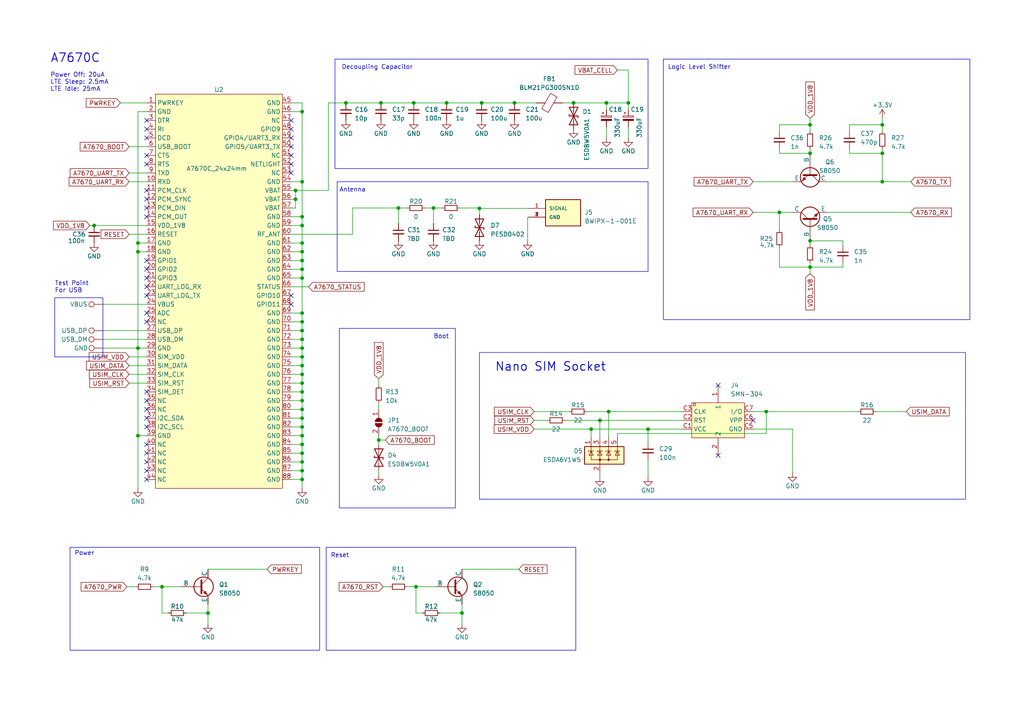
<source format=kicad_sch>
(kicad_sch (version 20230121) (generator eeschema)
  (paper "A4")
  (junction (at 87.63 128.905))
  (junction (at 87.63 108.585))
  (junction (at 234.95 69.85))
  (junction (at 234.95 44.45))
  (junction (at 87.63 52.705))
  (junction (at 87.63 103.505))
  (junction (at 109.855 127.635))
  (junction (at 87.63 70.485))
  (junction (at 87.63 126.365))
  (junction (at 87.63 121.285))
  (junction (at 85.725 55.245))
  (junction (at 166.37 29.845))
  (junction (at 115.57 60.325))
  (junction (at 87.63 111.125))
  (junction (at 234.95 36.195))
  (junction (at 87.63 78.105))
  (junction (at 171.45 124.46))
  (junction (at 87.63 123.825))
  (junction (at 87.63 131.445))
  (junction (at 120.015 29.845))
  (junction (at 87.63 93.345))
  (junction (at 149.225 29.845))
  (junction (at 40.005 70.485))
  (junction (at 87.63 113.665))
  (junction (at 87.63 98.425))
  (junction (at 87.63 95.885))
  (junction (at 255.905 36.195))
  (junction (at 175.895 29.845))
  (junction (at 87.63 62.865))
  (junction (at 87.63 136.525))
  (junction (at 46.99 170.18))
  (junction (at 133.985 177.8))
  (junction (at 255.905 44.45))
  (junction (at 100.33 29.845))
  (junction (at 222.25 119.38))
  (junction (at 87.63 133.985))
  (junction (at 255.905 52.705))
  (junction (at 110.49 29.845))
  (junction (at 40.005 100.965))
  (junction (at 87.63 100.965))
  (junction (at 87.63 118.745))
  (junction (at 87.63 139.065))
  (junction (at 176.53 119.38))
  (junction (at 226.06 61.595))
  (junction (at 87.63 32.385))
  (junction (at 87.63 65.405))
  (junction (at 173.99 121.92))
  (junction (at 125.73 60.325))
  (junction (at 87.63 80.645))
  (junction (at 129.54 29.845))
  (junction (at 60.325 177.8))
  (junction (at 87.63 75.565))
  (junction (at 187.96 124.46))
  (junction (at 87.63 90.805))
  (junction (at 85.725 57.785))
  (junction (at 120.65 170.18))
  (junction (at 234.95 77.47))
  (junction (at 139.7 29.845))
  (junction (at 87.63 116.205))
  (junction (at 40.005 73.025))
  (junction (at 139.065 60.452))
  (junction (at 27.305 65.405))
  (junction (at 182.245 29.845))
  (junction (at 40.005 126.365))
  (junction (at 87.63 73.025))
  (junction (at 87.63 106.045))
  (no_connect (at 84.455 40.005))
  (no_connect (at 42.545 78.105))
  (no_connect (at 42.545 55.245))
  (no_connect (at 42.545 131.445))
  (no_connect (at 42.545 121.285))
  (no_connect (at 84.455 88.265))
  (no_connect (at 42.545 60.325))
  (no_connect (at 42.545 37.465))
  (no_connect (at 42.545 47.625))
  (no_connect (at 42.545 90.805))
  (no_connect (at 84.455 45.085))
  (no_connect (at 42.545 128.905))
  (no_connect (at 42.545 123.825))
  (no_connect (at 42.545 45.085))
  (no_connect (at 42.545 57.785))
  (no_connect (at 42.545 62.865))
  (no_connect (at 84.455 85.725))
  (no_connect (at 42.545 85.725))
  (no_connect (at 208.28 111.76))
  (no_connect (at 42.545 118.745))
  (no_connect (at 42.545 116.205))
  (no_connect (at 42.545 75.565))
  (no_connect (at 208.28 132.08))
  (no_connect (at 42.545 83.185))
  (no_connect (at 84.455 37.465))
  (no_connect (at 42.545 40.005))
  (no_connect (at 218.44 121.92))
  (no_connect (at 84.455 42.545))
  (no_connect (at 42.545 80.645))
  (no_connect (at 84.455 50.165))
  (no_connect (at 84.455 47.625))
  (no_connect (at 84.455 34.925))
  (no_connect (at 42.545 133.985))
  (no_connect (at 42.545 34.925))
  (no_connect (at 42.545 136.525))
  (no_connect (at 42.545 139.065))
  (no_connect (at 42.545 113.665))
  (no_connect (at 42.545 93.345))
  (wire (pts (xy 234.95 36.195) (xy 234.95 38.1)))
  (wire (pts (xy 87.63 75.565) (xy 87.63 73.025)))
  (wire (pts (xy 89.535 83.185) (xy 84.455 83.185)))
  (wire (pts (xy 255.905 52.705) (xy 264.16 52.705)))
  (wire (pts (xy 84.455 52.705) (xy 87.63 52.705)))
  (wire (pts (xy 84.455 136.525) (xy 87.63 136.525)))
  (wire (pts (xy 218.44 52.705) (xy 229.87 52.705)))
  (wire (pts (xy 179.07 20.32) (xy 182.245 20.32)))
  (wire (pts (xy 109.855 116.84) (xy 109.855 118.745)))
  (wire (pts (xy 84.455 106.045) (xy 87.63 106.045)))
  (wire (pts (xy 234.95 77.47) (xy 234.95 79.375)))
  (wire (pts (xy 84.455 98.425) (xy 87.63 98.425)))
  (wire (pts (xy 102.235 67.945) (xy 84.455 67.945)))
  (wire (pts (xy 84.455 70.485) (xy 87.63 70.485)))
  (wire (pts (xy 133.985 165.1) (xy 150.495 165.1)))
  (wire (pts (xy 87.63 139.065) (xy 87.63 141.605)))
  (wire (pts (xy 87.63 121.285) (xy 87.63 123.825)))
  (wire (pts (xy 84.455 113.665) (xy 87.63 113.665)))
  (wire (pts (xy 226.06 61.595) (xy 229.87 61.595)))
  (wire (pts (xy 154.94 119.38) (xy 165.1 119.38)))
  (wire (pts (xy 129.54 29.845) (xy 139.7 29.845)))
  (wire (pts (xy 87.63 111.125) (xy 87.63 113.665)))
  (wire (pts (xy 226.06 77.47) (xy 234.95 77.47)))
  (wire (pts (xy 84.455 73.025) (xy 87.63 73.025)))
  (wire (pts (xy 84.455 75.565) (xy 87.63 75.565)))
  (wire (pts (xy 84.455 111.125) (xy 87.63 111.125)))
  (wire (pts (xy 84.455 100.965) (xy 87.63 100.965)))
  (wire (pts (xy 87.63 126.365) (xy 87.63 128.905)))
  (wire (pts (xy 226.06 43.18) (xy 226.06 44.45)))
  (wire (pts (xy 170.18 119.38) (xy 176.53 119.38)))
  (wire (pts (xy 87.63 29.845) (xy 84.455 29.845)))
  (wire (pts (xy 29.845 100.965) (xy 40.005 100.965)))
  (wire (pts (xy 87.63 106.045) (xy 87.63 103.505)))
  (wire (pts (xy 46.99 177.8) (xy 46.99 170.18)))
  (wire (pts (xy 87.63 123.825) (xy 87.63 126.365)))
  (wire (pts (xy 109.855 127.635) (xy 109.855 128.905)))
  (wire (pts (xy 115.57 60.325) (xy 118.11 60.325)))
  (wire (pts (xy 84.455 95.885) (xy 87.63 95.885)))
  (wire (pts (xy 48.895 177.8) (xy 46.99 177.8)))
  (wire (pts (xy 29.845 95.885) (xy 42.545 95.885)))
  (wire (pts (xy 84.455 121.285) (xy 87.63 121.285)))
  (wire (pts (xy 87.63 95.885) (xy 87.63 93.345)))
  (wire (pts (xy 109.855 136.525) (xy 109.855 137.795)))
  (wire (pts (xy 153.035 63.119) (xy 153.035 69.85)))
  (wire (pts (xy 37.465 67.945) (xy 42.545 67.945)))
  (wire (pts (xy 26.035 65.405) (xy 27.305 65.405)))
  (wire (pts (xy 255.905 34.29) (xy 255.905 36.195)))
  (wire (pts (xy 110.49 29.845) (xy 120.015 29.845)))
  (wire (pts (xy 87.63 111.125) (xy 87.63 108.585)))
  (wire (pts (xy 84.455 126.365) (xy 87.63 126.365)))
  (wire (pts (xy 139.065 60.452) (xy 139.065 60.325)))
  (wire (pts (xy 60.325 175.26) (xy 60.325 177.8)))
  (wire (pts (xy 182.245 20.32) (xy 182.245 29.845)))
  (wire (pts (xy 226.06 66.675) (xy 226.06 61.595)))
  (wire (pts (xy 84.455 128.905) (xy 87.63 128.905)))
  (wire (pts (xy 84.455 133.985) (xy 87.63 133.985)))
  (wire (pts (xy 29.845 98.425) (xy 42.545 98.425)))
  (wire (pts (xy 95.25 29.845) (xy 95.25 55.245)))
  (wire (pts (xy 120.65 170.18) (xy 126.365 170.18)))
  (wire (pts (xy 87.63 98.425) (xy 87.63 95.885)))
  (wire (pts (xy 176.53 119.38) (xy 198.12 119.38)))
  (wire (pts (xy 246.38 36.195) (xy 255.905 36.195)))
  (wire (pts (xy 102.235 60.325) (xy 102.235 67.945)))
  (wire (pts (xy 87.63 80.645) (xy 87.63 78.105)))
  (wire (pts (xy 173.99 137.16) (xy 173.99 138.43)))
  (wire (pts (xy 240.03 52.705) (xy 255.905 52.705)))
  (wire (pts (xy 34.925 29.845) (xy 42.545 29.845)))
  (wire (pts (xy 40.005 32.385) (xy 42.545 32.385)))
  (wire (pts (xy 84.455 80.645) (xy 87.63 80.645)))
  (wire (pts (xy 40.005 100.965) (xy 42.545 100.965)))
  (wire (pts (xy 84.455 78.105) (xy 87.63 78.105)))
  (wire (pts (xy 95.25 55.245) (xy 85.725 55.245)))
  (wire (pts (xy 85.725 57.785) (xy 85.725 60.325)))
  (wire (pts (xy 125.73 60.325) (xy 125.73 64.77)))
  (wire (pts (xy 139.065 60.452) (xy 139.065 62.23)))
  (wire (pts (xy 84.455 90.805) (xy 87.63 90.805)))
  (wire (pts (xy 40.005 126.365) (xy 42.545 126.365)))
  (wire (pts (xy 234.95 44.45) (xy 234.95 45.085)))
  (wire (pts (xy 37.465 50.165) (xy 42.545 50.165)))
  (wire (pts (xy 87.63 93.345) (xy 87.63 90.805)))
  (wire (pts (xy 254 119.38) (xy 262.89 119.38)))
  (wire (pts (xy 87.63 70.485) (xy 87.63 65.405)))
  (wire (pts (xy 226.06 44.45) (xy 234.95 44.45)))
  (wire (pts (xy 87.63 128.905) (xy 87.63 131.445)))
  (wire (pts (xy 182.245 29.845) (xy 182.245 31.75)))
  (wire (pts (xy 87.63 118.745) (xy 87.63 121.285)))
  (wire (pts (xy 40.005 141.605) (xy 40.005 126.365)))
  (wire (pts (xy 175.895 36.83) (xy 175.895 40.005)))
  (wire (pts (xy 29.845 88.265) (xy 42.545 88.265)))
  (wire (pts (xy 37.465 106.045) (xy 42.545 106.045)))
  (wire (pts (xy 87.63 100.965) (xy 87.63 98.425)))
  (wire (pts (xy 44.45 170.18) (xy 46.99 170.18)))
  (wire (pts (xy 244.475 76.2) (xy 244.475 77.47)))
  (wire (pts (xy 118.11 170.18) (xy 120.65 170.18)))
  (wire (pts (xy 84.455 60.325) (xy 85.725 60.325)))
  (wire (pts (xy 37.465 42.545) (xy 42.545 42.545)))
  (wire (pts (xy 234.95 77.47) (xy 244.475 77.47)))
  (wire (pts (xy 175.895 29.845) (xy 182.245 29.845)))
  (wire (pts (xy 127.635 177.8) (xy 133.985 177.8)))
  (wire (pts (xy 37.465 108.585) (xy 42.545 108.585)))
  (wire (pts (xy 87.63 90.805) (xy 87.63 80.645)))
  (wire (pts (xy 139.7 29.845) (xy 149.225 29.845)))
  (wire (pts (xy 120.015 29.845) (xy 129.54 29.845)))
  (wire (pts (xy 84.455 62.865) (xy 87.63 62.865)))
  (wire (pts (xy 153.162 63.119) (xy 153.035 63.119)))
  (wire (pts (xy 100.33 29.845) (xy 110.49 29.845)))
  (wire (pts (xy 234.95 34.29) (xy 234.95 36.195)))
  (wire (pts (xy 234.95 69.215) (xy 234.95 69.85)))
  (wire (pts (xy 40.005 126.365) (xy 40.005 100.965)))
  (wire (pts (xy 149.225 29.845) (xy 155.575 29.845)))
  (wire (pts (xy 218.44 119.38) (xy 222.25 119.38)))
  (wire (pts (xy 87.63 65.405) (xy 87.63 62.865)))
  (wire (pts (xy 153.162 63.119) (xy 153.162 62.992)))
  (wire (pts (xy 87.63 108.585) (xy 87.63 106.045)))
  (wire (pts (xy 234.95 43.18) (xy 234.95 44.45)))
  (wire (pts (xy 87.63 73.025) (xy 87.63 70.485)))
  (wire (pts (xy 246.38 38.1) (xy 246.38 36.195)))
  (wire (pts (xy 109.855 109.855) (xy 109.855 111.76)))
  (wire (pts (xy 171.45 124.46) (xy 187.96 124.46)))
  (wire (pts (xy 255.905 44.45) (xy 255.905 43.18)))
  (wire (pts (xy 87.63 78.105) (xy 87.63 75.565)))
  (wire (pts (xy 60.325 177.8) (xy 60.325 180.975)))
  (wire (pts (xy 84.455 131.445) (xy 87.63 131.445)))
  (wire (pts (xy 40.005 70.485) (xy 42.545 70.485)))
  (wire (pts (xy 246.38 44.45) (xy 255.905 44.45)))
  (wire (pts (xy 87.63 32.385) (xy 87.63 29.845)))
  (wire (pts (xy 84.455 116.205) (xy 87.63 116.205)))
  (wire (pts (xy 176.53 119.38) (xy 176.53 127)))
  (wire (pts (xy 84.455 123.825) (xy 87.63 123.825)))
  (wire (pts (xy 264.16 61.595) (xy 240.03 61.595)))
  (wire (pts (xy 84.455 118.745) (xy 87.63 118.745)))
  (wire (pts (xy 229.87 137.16) (xy 229.87 124.46)))
  (wire (pts (xy 115.57 60.325) (xy 115.57 64.77)))
  (wire (pts (xy 133.35 60.325) (xy 139.065 60.325)))
  (wire (pts (xy 246.38 43.18) (xy 246.38 44.45)))
  (wire (pts (xy 182.245 36.83) (xy 182.245 40.005)))
  (wire (pts (xy 234.95 69.85) (xy 234.95 71.12)))
  (wire (pts (xy 84.455 55.245) (xy 85.725 55.245)))
  (wire (pts (xy 166.37 29.845) (xy 175.895 29.845)))
  (wire (pts (xy 85.725 55.245) (xy 85.725 57.785)))
  (wire (pts (xy 37.465 52.705) (xy 42.545 52.705)))
  (wire (pts (xy 40.005 73.025) (xy 40.005 70.485)))
  (wire (pts (xy 37.465 111.125) (xy 42.545 111.125)))
  (wire (pts (xy 163.83 121.92) (xy 173.99 121.92)))
  (wire (pts (xy 109.855 126.365) (xy 109.855 127.635)))
  (wire (pts (xy 53.975 177.8) (xy 60.325 177.8)))
  (wire (pts (xy 120.65 177.8) (xy 120.65 170.18)))
  (wire (pts (xy 84.455 65.405) (xy 87.63 65.405)))
  (wire (pts (xy 87.63 136.525) (xy 87.63 139.065)))
  (wire (pts (xy 84.455 57.785) (xy 85.725 57.785)))
  (wire (pts (xy 109.855 127.635) (xy 111.76 127.635)))
  (wire (pts (xy 255.905 36.195) (xy 255.905 38.1)))
  (wire (pts (xy 139.065 60.452) (xy 153.162 60.452)))
  (wire (pts (xy 179.07 125.73) (xy 222.25 125.73)))
  (wire (pts (xy 222.25 125.73) (xy 222.25 119.38)))
  (wire (pts (xy 37.465 103.505) (xy 42.545 103.505)))
  (wire (pts (xy 173.99 121.92) (xy 173.99 127)))
  (wire (pts (xy 187.96 138.43) (xy 187.96 133.35)))
  (wire (pts (xy 244.475 69.85) (xy 234.95 69.85)))
  (wire (pts (xy 154.94 121.92) (xy 158.75 121.92)))
  (wire (pts (xy 87.63 103.505) (xy 87.63 100.965)))
  (wire (pts (xy 171.45 124.46) (xy 171.45 127)))
  (wire (pts (xy 36.83 170.18) (xy 39.37 170.18)))
  (wire (pts (xy 111.125 170.18) (xy 113.03 170.18)))
  (wire (pts (xy 84.455 32.385) (xy 87.63 32.385)))
  (wire (pts (xy 133.985 175.26) (xy 133.985 177.8)))
  (wire (pts (xy 226.06 36.195) (xy 234.95 36.195)))
  (wire (pts (xy 84.455 93.345) (xy 87.63 93.345)))
  (wire (pts (xy 179.07 125.73) (xy 179.07 127)))
  (wire (pts (xy 229.87 124.46) (xy 218.44 124.46)))
  (wire (pts (xy 40.005 73.025) (xy 42.545 73.025)))
  (wire (pts (xy 234.95 76.2) (xy 234.95 77.47)))
  (wire (pts (xy 222.25 119.38) (xy 248.92 119.38)))
  (wire (pts (xy 27.305 65.405) (xy 42.545 65.405)))
  (wire (pts (xy 87.63 62.865) (xy 87.63 52.705)))
  (wire (pts (xy 125.73 60.325) (xy 128.27 60.325)))
  (wire (pts (xy 163.195 29.845) (xy 166.37 29.845)))
  (wire (pts (xy 87.63 113.665) (xy 87.63 116.205)))
  (wire (pts (xy 87.63 116.205) (xy 87.63 118.745)))
  (wire (pts (xy 173.99 121.92) (xy 198.12 121.92)))
  (wire (pts (xy 40.005 70.485) (xy 40.005 32.385)))
  (wire (pts (xy 244.475 71.12) (xy 244.475 69.85)))
  (wire (pts (xy 226.06 71.755) (xy 226.06 77.47)))
  (wire (pts (xy 122.555 177.8) (xy 120.65 177.8)))
  (wire (pts (xy 87.63 133.985) (xy 87.63 136.525)))
  (wire (pts (xy 84.455 108.585) (xy 87.63 108.585)))
  (wire (pts (xy 187.96 124.46) (xy 187.96 128.27)))
  (wire (pts (xy 40.005 100.965) (xy 40.005 73.025)))
  (wire (pts (xy 255.905 52.705) (xy 255.905 44.45)))
  (wire (pts (xy 218.44 61.595) (xy 226.06 61.595)))
  (wire (pts (xy 123.19 60.325) (xy 125.73 60.325)))
  (wire (pts (xy 102.235 60.325) (xy 115.57 60.325)))
  (wire (pts (xy 154.94 124.46) (xy 171.45 124.46)))
  (wire (pts (xy 87.63 52.705) (xy 87.63 32.385)))
  (wire (pts (xy 87.63 131.445) (xy 87.63 133.985)))
  (wire (pts (xy 226.06 38.1) (xy 226.06 36.195)))
  (wire (pts (xy 60.325 165.1) (xy 77.47 165.1)))
  (wire (pts (xy 198.12 124.46) (xy 187.96 124.46)))
  (wire (pts (xy 133.985 177.8) (xy 133.985 180.975)))
  (wire (pts (xy 84.455 103.505) (xy 87.63 103.505)))
  (wire (pts (xy 95.25 29.845) (xy 100.33 29.845)))
  (wire (pts (xy 84.455 139.065) (xy 87.63 139.065)))
  (wire (pts (xy 175.895 31.75) (xy 175.895 29.845)))
  (wire (pts (xy 46.99 170.18) (xy 52.705 170.18)))
  (rectangle (start 20.32 158.75) (end 92.71 188.595))
  (rectangle (start 15.875 86.36) (end 29.845 103.505))
  (rectangle (start 192.405 17.145) (end 281.305 92.71))
  (rectangle (start 94.615 158.75) (end 167.005 188.595))
  (rectangle (start 98.425 95.25) (end 132.08 147.32))
  (rectangle (start 139.065 102.235) (end 280.035 144.78))
  (rectangle (start 97.155 17.145) (end 187.96 48.895))
  (rectangle (start 97.79 52.705) (end 187.96 78.74))
  (text "Decoupling Capacitor" (at 99.06 20.32 0) (effects (font (size 1.27 1.27)) (justify left bottom)))
  (text "Power" (at 21.59 161.29 0) (effects (font (size 1.27 1.27)) (justify left bottom)))
  (text "Test Point\nFor USB" (at 15.875 85.09 0) (effects (font (size 1.27 1.27)) (justify left bottom)))
  (text "Antenna" (at 98.425 55.88 0) (effects (font (size 1.27 1.27)) (justify left bottom)))
  (text "Power Off: 20uA\nLTE Sleep: 2.5mA\nLTE Idle: 25mA" (at 14.605 26.67 0) (effects (font (size 1.27 1.27)) (justify left bottom)))
  (text "Reset" (at 95.885 161.925 0) (effects (font (size 1.27 1.27)) (justify left bottom)))
  (text "Logic Level Shifter" (at 193.675 20.32 0) (effects (font (size 1.27 1.27)) (justify left bottom)))
  (text "Nano SIM Socket" (at 143.51 107.95 0) (effects (font (size 2.5 2.5) (thickness 0.254) bold) (justify left bottom)))
  (text "Boot" (at 125.73 98.425 0) (effects (font (size 1.27 1.27)) (justify left bottom)))
  (text "A7670C" (at 14.605 18.415 0) (effects (font (size 2.5 2.5) (thickness 0.254) bold) (justify left bottom)))
  (global_label "A7670_UART_TX" (shape input) (at 37.465 50.165 180) (property "Intersheetrefs" "${INTERSHEET_REFS}" (effects hide)))
  (global_label "A7670_TX" (shape input) (at 264.16 52.705 0) (property "Intersheetrefs" "${INTERSHEET_REFS}" (effects hide)))
  (global_label "A7670_UART_TX" (shape input) (at 218.44 52.705 180) (property "Intersheetrefs" "${INTERSHEET_REFS}" (effects hide)))
  (global_label "VDD_1V8" (shape input) (at 234.95 34.29 90) (property "Intersheetrefs" "${INTERSHEET_REFS}" (effects hide)))
  (global_label "USIM_VDD" (shape input) (at 154.94 124.46 180) (property "Intersheetrefs" "${INTERSHEET_REFS}" (effects hide)))
  (global_label "USIM_DATA" (shape input) (at 262.89 119.38 0) (property "Intersheetrefs" "${INTERSHEET_REFS}" (effects hide)))
  (global_label "A7670_PWR" (shape input) (at 36.83 170.18 180) (property "Intersheetrefs" "${INTERSHEET_REFS}" (effects hide)))
  (global_label "A7670_RX" (shape input) (at 264.16 61.595 0) (property "Intersheetrefs" "${INTERSHEET_REFS}" (effects hide)))
  (global_label "A7670_STATUS" (shape input) (at 89.535 83.185 0) (property "Intersheetrefs" "${INTERSHEET_REFS}" (effects hide)))
  (global_label "USIM_CLK" (shape input) (at 154.94 119.38 180) (property "Intersheetrefs" "${INTERSHEET_REFS}" (effects hide)))
  (global_label "A7670_UART_RX" (shape input) (at 218.44 61.595 180) (property "Intersheetrefs" "${INTERSHEET_REFS}" (effects hide)))
  (global_label "USIM_RST" (shape input) (at 37.465 111.125 180) (property "Intersheetrefs" "${INTERSHEET_REFS}" (effects hide)))
  (global_label "A7670_BOOT" (shape input) (at 37.465 42.545 180) (property "Intersheetrefs" "${INTERSHEET_REFS}" (effects hide)))
  (global_label "A7670_BOOT" (shape input) (at 111.76 127.635 0) (property "Intersheetrefs" "${INTERSHEET_REFS}" (effects hide)))
  (global_label "VBAT_CELL" (shape input) (at 179.07 20.32 180) (property "Intersheetrefs" "${INTERSHEET_REFS}" (effects hide)))
  (global_label "USIM_VDD" (shape input) (at 37.465 103.505 180) (property "Intersheetrefs" "${INTERSHEET_REFS}" (effects hide)))
  (global_label "VDD_1V8" (shape input) (at 26.035 65.405 180) (property "Intersheetrefs" "${INTERSHEET_REFS}" (effects hide)))
  (global_label "VDD_1V8" (shape input) (at 234.95 79.375 270) (property "Intersheetrefs" "${INTERSHEET_REFS}" (effects hide)))
  (global_label "PWRKEY" (shape input) (at 77.47 165.1 0) (property "Intersheetrefs" "${INTERSHEET_REFS}" (effects hide)))
  (global_label "USIM_CLK" (shape input) (at 37.465 108.585 180) (property "Intersheetrefs" "${INTERSHEET_REFS}" (effects hide)))
  (global_label "USIM_DATA" (shape input) (at 37.465 106.045 180) (property "Intersheetrefs" "${INTERSHEET_REFS}" (effects hide)))
  (global_label "USIM_RST" (shape input) (at 154.94 121.92 180) (property "Intersheetrefs" "${INTERSHEET_REFS}" (effects hide)))
  (global_label "RESET" (shape input) (at 37.465 67.945 180) (property "Intersheetrefs" "${INTERSHEET_REFS}" (effects hide)))
  (global_label "VDD_1V8" (shape input) (at 109.855 109.855 90) (property "Intersheetrefs" "${INTERSHEET_REFS}" (effects hide)))
  (global_label "PWRKEY" (shape input) (at 34.925 29.845 180) (property "Intersheetrefs" "${INTERSHEET_REFS}" (effects hide)))
  (global_label "A7670_UART_RX" (shape input) (at 37.465 52.705 180) (property "Intersheetrefs" "${INTERSHEET_REFS}" (effects hide)))
  (global_label "A7670_RST" (shape input) (at 111.125 170.18 180) (property "Intersheetrefs" "${INTERSHEET_REFS}" (effects hide)))
  (global_label "RESET" (shape input) (at 150.495 165.1 0) (property "Intersheetrefs" "${INTERSHEET_REFS}" (effects hide)))
  (symbol (lib_id "power:GND") (at 125.73 69.85 0) (unit 1)
    (property "Reference" "#PWR042" (effects hide))
    (property "Value" "GND" (at 125.73 73.66 0))
    (instances (project "bwlc1a" (path "" (reference "#PWR042") (unit 1)) (path "" (reference "#PWR081") (unit 1))))
  )
  (symbol (lib_id "Device:R_Small") (at 234.95 73.66 180) (unit 1)
    (property "Reference" "R24" (at 237.49 73.025 0) (effects (justify right)))
    (property "Value" "4.7k" (at 237.49 75.565 0) (effects (justify right)))
    (property "Footprint" "Resistor_SMD:R_0402_1005Metric" (effects hide))
    (property "Description" "62.5mW Thick Film Resistors ±100ppm/℃ ±5% 4.7kΩ 0402 Chip Resistor - Surface Mount ROHS" (effects hide))
    (property "Distributor" "LCSC" (effects hide))
    (property "Distributor Link" "https://www.lcsc.com/product-detail/Chip-Resistor-Surface-Mount_UNI-ROYAL-Uniroyal-Elec-0402WGJ0472TCE_C25940.html" (effects hide))
    (property "Distributor Part Number" "C25940" (effects hide))
    (property "Id" "39" (effects hide))
    (property "Manufacture" "UNI-ROYAL(Uniroyal Elec)" (effects hide))
    (property "Manufacture Part Number" "0402WGJ0472TCE" (effects hide))
    (property "Type" "SMD" (effects hide))
    (instances (project "bwlc1a" (path "" (reference "R24") (unit 1)) (path "" (reference "R27") (unit 1))))
  )
  (symbol (lib_id "Device:R_Small") (at 255.905 40.64 180) (unit 1)
    (property "Reference" "R27" (at 258.445 40.005 0) (effects (justify right)))
    (property "Value" "4.7k" (at 258.445 42.545 0) (effects (justify right)))
    (property "Footprint" "Resistor_SMD:R_0402_1005Metric" (effects hide))
    (property "Description" "62.5mW Thick Film Resistors ±100ppm/℃ ±5% 4.7kΩ 0402 Chip Resistor - Surface Mount ROHS" (effects hide))
    (property "Distributor" "LCSC" (effects hide))
    (property "Distributor Link" "https://www.lcsc.com/product-detail/Chip-Resistor-Surface-Mount_UNI-ROYAL-Uniroyal-Elec-0402WGJ0472TCE_C25940.html" (effects hide))
    (property "Distributor Part Number" "C25940" (effects hide))
    (property "Id" "39" (effects hide))
    (property "Manufacture" "UNI-ROYAL(Uniroyal Elec)" (effects hide))
    (property "Manufacture Part Number" "0402WGJ0472TCE" (effects hide))
    (property "Type" "SMD" (effects hide))
    (instances (project "bwlc1a" (path "" (reference "R27") (unit 1)) (path "" (reference "R23") (unit 1))))
  )
  (symbol (lib_id "power:GND") (at 40.005 141.605 0) (unit 1)
    (property "Reference" "#PWR064" (effects hide))
    (property "Value" "GND" (at 40.005 145.415 0))
    (instances (project "bwlc1a" (path "" (reference "#PWR064") (unit 1)) (path "" (reference "#PWR087") (unit 1))))
  )
  (symbol (lib_id "Device:R_Small") (at 226.06 69.215 180) (unit 1)
    (property "Reference" "R25" (at 220.345 69.215 0) (effects (justify right)))
    (property "Value" "4.7k" (at 220.345 71.12 0) (effects (justify right)))
    (property "Footprint" "Resistor_SMD:R_0402_1005Metric" (effects hide))
    (property "Description" "62.5mW Thick Film Resistors ±100ppm/℃ ±5% 4.7kΩ 0402 Chip Resistor - Surface Mount ROHS" (effects hide))
    (property "Distributor" "LCSC" (effects hide))
    (property "Distributor Link" "https://www.lcsc.com/product-detail/Chip-Resistor-Surface-Mount_UNI-ROYAL-Uniroyal-Elec-0402WGJ0472TCE_C25940.html" (effects hide))
    (property "Distributor Part Number" "C25940" (effects hide))
    (property "Id" "39" (effects hide))
    (property "Manufacture" "UNI-ROYAL(Uniroyal Elec)" (effects hide))
    (property "Manufacture Part Number" "0402WGJ0472TCE" (effects hide))
    (property "Type" "SMD" (effects hide))
    (instances (project "bwlc1a" (path "" (reference "R25") (unit 1)) (path "" (reference "R26") (unit 1))))
  )
  (symbol (lib_id "Device:R_Small") (at 120.65 60.325 90) (unit 1)
    (property "Reference" "R20" (at 120.65 58.42 90))
    (property "Value" "0" (at 120.65 62.865 90))
    (property "Footprint" "Resistor_SMD:R_0402_1005Metric" (effects hide))
    (property "Description" "62.5mW Thick Film Resistors ±5% 0Ω 0402 Chip Resistor - Surface Mount ROHS" (effects hide))
    (property "Distributor" "LCSC" (effects hide))
    (property "Distributor Link" "https://www.lcsc.com/product-detail/Chip-Resistor-Surface-Mount_UNI-ROYAL-Uniroyal-Elec-0402WGJ0000TCE_C21376.html" (effects hide))
    (property "Distributor Part Number" "C21376" (effects hide))
    (property "Id" "45" (effects hide))
    (property "Manufacture" "UNI-ROYAL(Uniroyal Elec)" (effects hide))
    (property "Manufacture Part Number" "0402WGJ0000TCE" (effects hide))
    (property "Type" "SMD" (effects hide))
    (instances (project "bwlc1a" (path "" (reference "R20") (unit 1)) (path "" (reference "R24") (unit 1))))
  )
  (symbol (lib_id "power:GND") (at 87.63 141.605 0) (unit 1)
    (property "Reference" "#PWR063" (effects hide))
    (property "Value" "GND" (at 87.63 145.415 0))
    (instances (project "bwlc1a" (path "" (reference "#PWR063") (unit 1)) (path "" (reference "#PWR088") (unit 1))))
  )
  (symbol (lib_id "power:GND") (at 187.96 138.43 0) (unit 1)
    (property "Reference" "#PWR036" (effects hide))
    (property "Value" "GND" (at 187.96 142.24 0))
    (instances (project "bwlc1a" (path "" (reference "#PWR036") (unit 1)) (path "" (reference "#PWR069") (unit 1))))
  )
  (symbol (lib_id "Device:C_Polarized_Small") (at 175.895 34.29 0) (unit 1)
    (property "Reference" "C18" (at 176.53 31.75 0) (effects (justify left)))
    (property "Value" "330uF" (at 179.07 40.005 90) (effects (justify left)))
    (property "Footprint" "Capacitor_Tantalum_SMD:CP_EIA-3528-15_AVX-H_Pad1.50x2.35mm_HandSolder" (effects hide))
    (instances (project "bwlc1a" (path "" (reference "C18") (unit 1))) (project "bwlr3d" (path "" (reference "C4") (unit 1))))
  )
  (symbol (lib_id "power:GND") (at 110.49 34.925 0) (unit 1)
    (property "Reference" "#PWR046" (effects hide))
    (property "Value" "GND" (at 110.49 38.735 0))
    (instances (project "bwlc1a" (path "" (reference "#PWR046") (unit 1)) (path "" (reference "#PWR074") (unit 1))))
  )
  (symbol (lib_id "power:GND") (at 175.895 40.005 0) (unit 1)
    (property "Reference" "#PWR051" (effects hide))
    (property "Value" "GND" (at 175.895 43.815 0))
    (instances (project "bwlc1a" (path "" (reference "#PWR051") (unit 1)) (path "" (reference "#PWR060") (unit 1))))
  )
  (symbol (lib_id "Device:C_Small") (at 187.96 130.81 0) (unit 1)
    (property "Reference" "C29" (at 191.135 130.1813 0) (effects (justify left)))
    (property "Value" "100n" (at 191.135 132.7213 0) (effects (justify left)))
    (property "Footprint" "Capacitor_SMD:C_0402_1005Metric" (effects hide))
    (property "Description" "16V 100nF X7R ±10% 0402 Multilayer Ceramic Capacitors MLCC - SMD/SMT ROHS" (effects hide))
    (property "Distributor" "LCSC" (effects hide))
    (property "Distributor Link" "https://www.lcsc.com/product-detail/Multilayer-Ceramic-Capacitors-MLCC-SMD-SMT_Samsung-Electro-Mechanics-CL05B104KO5NNNC_C1525.html" (effects hide))
    (property "Distributor Part Number" "C1525" (effects hide))
    (property "Id" "3" (effects hide))
    (property "Manufacture" "Samsung Electro-Mechanics" (effects hide))
    (property "Manufacture Part Number" "CL05B104KO5NNNC" (effects hide))
    (property "Type" "SMD" (effects hide))
    (instances (project "bwlc1a" (path "" (reference "C29") (unit 1)) (path "" (reference "C25") (unit 1))))
  )
  (symbol (lib_id "power:GND") (at 182.245 40.005 0) (unit 1)
    (property "Reference" "#PWR051" (effects hide))
    (property "Value" "GND" (at 182.245 43.815 0))
    (instances (project "bwlc1a" (path "" (reference "#PWR051") (unit 1)) (path "" (reference "#PWR061") (unit 1))))
  )
  (symbol (lib_id "Device:C_Small") (at 139.7 32.385 0) (unit 1)
    (property "Reference" "C20" (at 142.24 31.7563 0) (effects (justify left)))
    (property "Value" "100u" (at 142.24 34.2963 0) (effects (justify left)))
    (property "Footprint" "Capacitor_SMD:C_0805_2012Metric" (effects hide))
    (property "Description" "6.3V 100uF X5R ±20% 0805 Multilayer Ceramic Capacitors MLCC - SMD/SMT ROHS" (effects hide))
    (property "Distributor" "LCSC" (effects hide))
    (property "Distributor Link" "https://www.lcsc.com/product-detail/Multilayer-Ceramic-Capacitors-MLCC-SMD-SMT_Murata-Electronics-GRM21BR60J107ME15L_C141660.html" (effects hide))
    (property "Distributor Part Number" "C141660" (effects hide))
    (property "Id" "13" (effects hide))
    (property "Manufacture" "Murata Electronics" (effects hide))
    (property "Manufacture Part Number" "GRM21BR60J107ME15L" (effects hide))
    (property "Type" "SMD" (effects hide))
    (instances (project "bwlc1a" (path "" (reference "C20") (unit 1)) (path "" (reference "C31") (unit 1))))
  )
  (symbol (lib_id "Device:C_Small") (at 244.475 73.66 0) (unit 1)
    (property "Reference" "C35" (at 247.65 73.0313 0) (effects (justify left)))
    (property "Value" "1n" (at 247.65 75.5713 0) (effects (justify left)))
    (property "Footprint" "Capacitor_SMD:C_0402_1005Metric" (effects hide))
    (property "Description" "50V 1nF X7R ±10% 0402 Multilayer Ceramic Capacitors MLCC - SMD/SMT ROHS" (effects hide))
    (property "Distributor" "LCSC" (effects hide))
    (property "Distributor Link" "https://www.lcsc.com/product-detail/Multilayer-Ceramic-Capacitors-MLCC-SMD-SMT_Samsung-Electro-Mechanics-CL05B102KB5NNNC_C14442.html" (effects hide))
    (property "Distributor Part Number" "C14442" (effects hide))
    (property "Id" "14" (effects hide))
    (property "Manufacture" "Samsung Electro-Mechanics" (effects hide))
    (property "Manufacture Part Number" "CL05B102KB5NNNC" (effects hide))
    (property "Type" "SMD" (effects hide))
    (instances (project "bwlc1a" (path "" (reference "C35") (unit 1)) (path "" (reference "C37") (unit 1))))
  )
  (symbol (lib_id "SIM-SMD_SMN-304:SMN-304") (at 208.28 121.92 270) (unit 1)
    (property "Reference" "J4" (at 211.9061 111.76 90) (effects (justify left)))
    (property "Value" "SMN-304" (at 211.9061 114.3 90) (effects (justify left)))
    (property "Footprint" "SIM-SMD_SMN-304:SIM-SMD_SMN-304" (effects hide))
    (property "Description" "Pluggable Gold 1.35mm Deck -40℃~+85℃ 260℃ NanoSIM SMD SIM Card Connectors ROHS" (effects hide))
    (property "Distributor" "LCSC" (effects hide))
    (property "Distributor Link" "https://www.lcsc.com/product-detail/SIM-Card-Connectors_XUNPU-SMN-304_C266889.html" (effects hide))
    (property "Distributor Part Number" "C266889" (effects hide))
    (property "Id" "27" (effects hide))
    (property "Manufacture Part Number" "SMN-304" (effects hide))
    (property "Type" "SMD" (effects hide))
  )
  (symbol (lib_id "Connector:TestPoint") (at 29.845 100.965 90) (unit 1) (in_bom no)
    (property "Reference" "TP4" (effects hide))
    (property "Value" "GND" (at 23.495 100.965 90))
    (property "Footprint" "TestPoint:TestPoint_Pad_D1.5mm" (effects hide))
    (property "Description" "DNP" (effects hide))
    (property "Distributor" "-" (effects hide))
    (property "Distributor Link" "-" (effects hide))
    (property "Distributor Part Number" "-" (effects hide))
    (property "Id" "50" (effects hide))
    (property "Manufacture" "-" (effects hide))
    (property "Manufacture Part Number" "-" (effects hide))
    (property "Type" "SMD" (effects hide))
  )
  (symbol (lib_id "Simulation_SPICE:NPN") (at 234.95 64.135 90) (unit 1)
    (property "Reference" "Q5" (at 240.03 63.5 90))
    (property "Value" "S8050" (at 240.03 66.04 90))
    (property "Footprint" "Package_TO_SOT_SMD:SOT-23" (effects hide))
    (property "Description" "25V 300mW 500mA NPN SOT-23(TO-236) Bipolar Transistors - BJT ROHS" (effects hide))
    (property "Distributor" "LCSC" (effects hide))
    (property "Distributor Link" "https://www.lcsc.com/product-detail/Bipolar-Transistors-BJT_Guangdong-Hottech-S8050_C181158.html" (effects hide))
    (property "Distributor Part Number" "C181158" (effects hide))
    (property "Id" "34" (effects hide))
    (property "Manufacture" "Guangdong Hottech" (effects hide))
    (property "Manufacture Part Number" "S8050" (effects hide))
    (property "Type" "SMD" (effects hide))
    (instances (project "bwlc1a" (path "" (reference "Q5") (unit 1)) (path "" (reference "Q4") (unit 1))))
  )
  (symbol (lib_id "Device:C_Small") (at 110.49 32.385 0) (unit 1)
    (property "Reference" "C17" (at 113.665 31.7563 0) (effects (justify left)))
    (property "Value" "33p" (at 113.665 34.2963 0) (effects (justify left)))
    (property "Footprint" "Capacitor_SMD:C_0402_1005Metric" (effects hide))
    (property "Description" "50V 33pF C0G ±5% 0402 Multilayer Ceramic Capacitors MLCC - SMD/SMT ROHS" (effects hide))
    (property "Distributor" "LCSC" (effects hide))
    (property "Distributor Link" "https://www.lcsc.com/product-detail/Multilayer-Ceramic-Capacitors-MLCC-SMD-SMT_FH-Guangdong-Fenghua-Advanced-Tech-0402CG330J500NT_C1562.html" (effects hide))
    (property "Distributor Part Number" "C1562" (effects hide))
    (property "Id" "11" (effects hide))
    (property "Manufacture" "FH (Guangdong Fenghua Advanced Tech)" (effects hide))
    (property "Manufacture Part Number" "0402CG330J500NT" (effects hide))
    (property "Type" "SMD" (effects hide))
    (instances (project "bwlc1a" (path "" (reference "C17") (unit 1)) (path "" (reference "C28") (unit 1))))
  )
  (symbol (lib_id "Teapot:A7670X") (at 64.135 83.185 0) (unit 1)
    (property "Reference" "U2" (at 63.5 26.035 0))
    (property "Value" "A7670C_24x24mm" (at 62.865 48.895 0))
    (property "Footprint" "A7670C:LGA-124_L24.0-W24.0-P1.0-A7670C-LASS" (effects hide))
    (property "Description" "SMD,24x24mm 2G/3G/4G/5G Modules ROHS" (effects hide))
    (property "Distributor" "LCSC" (effects hide))
    (property "Distributor Link" "https://www.lcsc.com/product-detail/2G-3G-4G-5G-Modules_SIMCom-Wireless-Solutions-A7670C-LASE_C2888406.html" (effects hide))
    (property "Distributor Part Number" "C2888406" (effects hide))
    (property "Id" "59" (effects hide))
    (property "Manufacture" "SIMCom Wireless Solutions" (effects hide))
    (property "Manufacture Part Number" "A7670C-LASE" (effects hide))
    (property "Type" "SMD" (effects hide))
    (instances (project "bwlc1a" (path "" (reference "U2") (unit 1)) (path "" (reference "U9") (unit 1))))
  )
  (symbol (lib_id "power:GND") (at 139.7 34.925 0) (unit 1)
    (property "Reference" "#PWR049" (effects hide))
    (property "Value" "GND" (at 139.7 38.735 0))
    (instances (project "bwlc1a" (path "" (reference "#PWR049") (unit 1)) (path "" (reference "#PWR077") (unit 1))))
  )
  (symbol (lib_id "Simulation_SPICE:NPN") (at 234.95 50.165 270) (unit 1)
    (property "Reference" "Q6" (at 240.665 46.99 90))
    (property "Value" "S8050" (at 240.665 49.53 90))
    (property "Footprint" "Package_TO_SOT_SMD:SOT-23" (effects hide))
    (property "Description" "25V 300mW 500mA NPN SOT-23(TO-236) Bipolar Transistors - BJT ROHS" (effects hide))
    (property "Distributor" "LCSC" (effects hide))
    (property "Distributor Link" "https://www.lcsc.com/product-detail/Bipolar-Transistors-BJT_Guangdong-Hottech-S8050_C181158.html" (effects hide))
    (property "Distributor Part Number" "C181158" (effects hide))
    (property "Id" "34" (effects hide))
    (property "Manufacture" "Guangdong Hottech" (effects hide))
    (property "Manufacture Part Number" "S8050" (effects hide))
    (property "Type" "SMD" (effects hide))
    (instances (project "bwlc1a" (path "" (reference "Q6") (unit 1)) (path "" (reference "Q3") (unit 1))))
  )
  (symbol (lib_id "Device:R_Small") (at 109.855 114.3 0) (unit 1)
    (property "Reference" "R13" (at 111.76 113.665 0) (effects (justify left)))
    (property "Value" "10k" (at 111.76 116.205 0) (effects (justify left)))
    (property "Footprint" "Resistor_SMD:R_0402_1005Metric" (effects hide))
    (property "Description" "62.5mW Thick Film Resistors ±100ppm/℃ ±1% 10kΩ 0402 Chip Resistor - Surface Mount ROHS" (effects hide))
    (property "Distributor" "LCSC" (effects hide))
    (property "Distributor Link" "https://www.lcsc.com/product-detail/Chip-Resistor-Surface-Mount_UNI-ROYAL-Uniroyal-Elec-0402WGF1002TCE_C25744.html" (effects hide))
    (property "Distributor Part Number" "C25744" (effects hide))
    (property "Id" "40" (effects hide))
    (property "Manufacture" "UNI-ROYAL(Uniroyal Elec)" (effects hide))
    (property "Manufacture Part Number" "0402WGF1002TCE" (effects hide))
    (property "Type" "SMD" (effects hide))
    (instances (project "bwlc1a" (path "" (reference "R13") (unit 1)) (path "" (reference "R28") (unit 1))))
  )
  (symbol (lib_id "Device:FerriteBead") (at 159.385 29.845 90) (unit 1)
    (property "Reference" "FB1" (at 159.3342 22.86 90))
    (property "Value" "BLM21PG300SN1D" (at 159.3342 25.4 90))
    (property "Footprint" "Capacitor_SMD:C_0805_2012Metric" (effects hide))
    (property "Description" "14mΩ ±25% 30Ω@100MHz 0805 Ferrite Beads ROHS" (effects hide))
    (property "Distributor" "LCSC" (effects hide))
    (property "Distributor Link" "https://www.lcsc.com/product-detail/Ferrite-Beads_Murata-Electronics-BLM21PG300SN1D_C16903.html" (effects hide))
    (property "Distributor Part Number" "C16903" (effects hide))
    (property "Id" "23" (effects hide))
    (property "Manufacture" "Murata Electronics" (effects hide))
    (property "Manufacture Part Number" "BLM21PG300SN1D" (effects hide))
    (property "Type" "SMD" (effects hide))
  )
  (symbol (lib_id "Device:D_TVS") (at 166.37 33.655 90) (unit 1)
    (property "Reference" "D1" (at 168.91 32.385 90) (effects (justify right)))
    (property "Value" "ESDBW5V0A1" (at 170.18 34.29 0) (effects (justify right)))
    (property "Footprint" "Capacitor_SMD:C_0402_1005Metric" (effects hide))
    (property "Description" "DFN1006 ESD Protection Devices ROHS" (effects hide))
    (property "Distributor" "LCSC" (effects hide))
    (property "Distributor Link" "https://www.lcsc.com/product-detail/span-style-background-color-ff0-ESD-span-Protection-Devices_Leiditech-ESDBW5V0A1_C5173252.html" (effects hide))
    (property "Distributor Part Number" "C5173252" (effects hide))
    (property "Id" "19" (effects hide))
    (property "Manufacture" "Leiditech" (effects hide))
    (property "Manufacture Part Number" "ESDBW5V0A1" (effects hide))
    (property "Type" "SMD" (effects hide))
    (instances (project "bwlc1a" (path "" (reference "D1") (unit 1)) (path "" (reference "D5") (unit 1))))
  )
  (symbol (lib_id "Device:R_Small") (at 251.46 119.38 90) (unit 1)
    (property "Reference" "R16" (at 251.46 117.475 90))
    (property "Value" "22" (at 251.46 121.92 90))
    (property "Footprint" "Resistor_SMD:R_0402_1005Metric" (effects hide))
    (property "Description" "62.5mW Thick Film Resistors ±1% ±100ppm/℃ 22Ω 0402 Chip Resistor - Surface Mount ROHS" (effects hide))
    (property "Distributor" "LCSC" (effects hide))
    (property "Distributor Link" "https://www.lcsc.com/product-detail/Chip-Resistor-Surface-Mount_UNI-ROYAL-Uniroyal-Elec-0402WGF220JTCE_C25092.html" (effects hide))
    (property "Distributor Part Number" "C25092" (effects hide))
    (property "Id" "43" (effects hide))
    (property "Manufacture" "UNI-ROYAL(Uniroyal Elec)" (effects hide))
    (property "Manufacture Part Number" "0402WGF220JTCE" (effects hide))
    (property "Type" "SMD" (effects hide))
    (instances (project "bwlc1a" (path "" (reference "R16") (unit 1)) (path "" (reference "R20") (unit 1))))
  )
  (symbol (lib_id "Simulation_SPICE:NPN") (at 131.445 170.18 0) (unit 1)
    (property "Reference" "Q2" (at 137.16 169.545 0) (effects (justify left)))
    (property "Value" "S8050" (at 137.16 172.085 0) (effects (justify left)))
    (property "Footprint" "Package_TO_SOT_SMD:SOT-23" (effects hide))
    (property "Description" "25V 300mW 500mA NPN SOT-23(TO-236) Bipolar Transistors - BJT ROHS" (effects hide))
    (property "Distributor" "LCSC" (effects hide))
    (property "Distributor Link" "https://www.lcsc.com/product-detail/Bipolar-Transistors-BJT_Guangdong-Hottech-S8050_C181158.html" (effects hide))
    (property "Distributor Part Number" "C181158" (effects hide))
    (property "Id" "34" (effects hide))
    (property "Manufacture" "Guangdong Hottech" (effects hide))
    (property "Manufacture Part Number" "S8050" (effects hide))
    (property "Type" "SMD" (effects hide))
    (instances (project "bwlc1a" (path "" (reference "Q2") (unit 1)) (path "" (reference "Q6") (unit 1))))
  )
  (symbol (lib_id "power:GND") (at 173.99 138.43 0) (unit 1)
    (property "Reference" "#PWR038" (effects hide))
    (property "Value" "GND" (at 173.99 142.24 0))
    (instances (project "bwlc1a" (path "" (reference "#PWR038") (unit 1)) (path "" (reference "#PWR071") (unit 1))))
  )
  (symbol (lib_id "Connector:TestPoint") (at 29.845 98.425 90) (unit 1) (in_bom no)
    (property "Reference" "TP3" (effects hide))
    (property "Value" "USB_DM" (at 21.59 98.425 90))
    (property "Footprint" "TestPoint:TestPoint_Pad_D1.5mm" (effects hide))
    (property "Description" "DNP" (effects hide))
    (property "Distributor" "-" (effects hide))
    (property "Distributor Link" "-" (effects hide))
    (property "Distributor Part Number" "-" (effects hide))
    (property "Id" "49" (effects hide))
    (property "Manufacture" "-" (effects hide))
    (property "Manufacture Part Number" "-" (effects hide))
    (property "Type" "SMD" (effects hide))
  )
  (symbol (lib_id "power:GND") (at 229.87 137.16 0) (unit 1)
    (property "Reference" "#PWR039" (effects hide))
    (property "Value" "GND" (at 229.87 140.97 0))
    (instances (project "bwlc1a" (path "" (reference "#PWR039") (unit 1)) (path "" (reference "#PWR058") (unit 1))))
  )
  (symbol (lib_id "Device:C_Small") (at 246.38 40.64 0) (unit 1)
    (property "Reference" "C37" (at 249.555 38.735 0) (effects (justify left)))
    (property "Value" "470p" (at 249.555 41.275 0) (effects (justify left)))
    (property "Footprint" "Capacitor_SMD:C_0402_1005Metric" (effects hide))
    (property "Description" "50V 470pF X7R ±10% 0402 Multilayer Ceramic Capacitors MLCC - SMD/SMT ROHS" (effects hide))
    (property "Distributor" "LCSC" (effects hide))
    (property "Distributor Link" "https://www.lcsc.com/product-detail/Multilayer-Ceramic-Capacitors-MLCC-SMD-SMT_YAGEO-CC0402KRX7R9BB471_C106207.html" (effects hide))
    (property "Distributor Part Number" "C106207" (effects hide))
    (property "Id" "15" (effects hide))
    (property "Manufacture" "YAGEO" (effects hide))
    (property "Type" "SMD" (effects hide))
    (instances (project "bwlc1a" (path "" (reference "C37") (unit 1)) (path "" (reference "C34") (unit 1))))
  )
  (symbol (lib_id "Device:R_Small") (at 161.29 121.92 90) (unit 1)
    (property "Reference" "R14" (at 161.29 120.015 90))
    (property "Value" "22" (at 161.29 124.46 90))
    (property "Footprint" "Resistor_SMD:R_0402_1005Metric" (effects hide))
    (property "Description" "62.5mW Thick Film Resistors ±1% ±100ppm/℃ 22Ω 0402 Chip Resistor - Surface Mount ROHS" (effects hide))
    (property "Distributor" "LCSC" (effects hide))
    (property "Distributor Link" "https://www.lcsc.com/product-detail/Chip-Resistor-Surface-Mount_UNI-ROYAL-Uniroyal-Elec-0402WGF220JTCE_C25092.html" (effects hide))
    (property "Distributor Part Number" "C25092" (effects hide))
    (property "Id" "43" (effects hide))
    (property "Manufacture" "UNI-ROYAL(Uniroyal Elec)" (effects hide))
    (property "Manufacture Part Number" "0402WGF220JTCE" (effects hide))
    (property "Type" "SMD" (effects hide))
    (instances (project "bwlc1a" (path "" (reference "R14") (unit 1)) (path "" (reference "R17") (unit 1))))
  )
  (symbol (lib_id "power:GND") (at 100.33 34.925 0) (unit 1)
    (property "Reference" "#PWR045" (effects hide))
    (property "Value" "GND" (at 100.33 38.735 0))
    (instances (project "bwlc1a" (path "" (reference "#PWR045") (unit 1)) (path "" (reference "#PWR073") (unit 1))))
  )
  (symbol (lib_id "Connector:TestPoint") (at 29.845 95.885 90) (unit 1) (in_bom no)
    (property "Reference" "TP2" (effects hide))
    (property "Value" "USB_DP" (at 21.59 95.885 90))
    (property "Footprint" "TestPoint:TestPoint_Pad_D1.5mm" (effects hide))
    (property "Description" "DNP" (effects hide))
    (property "Distributor" "-" (effects hide))
    (property "Distributor Link" "-" (effects hide))
    (property "Distributor Part Number" "-" (effects hide))
    (property "Id" "48" (effects hide))
    (property "Manufacture" "-" (effects hide))
    (property "Manufacture Part Number" "-" (effects hide))
    (property "Type" "SMD" (effects hide))
  )
  (symbol (lib_id "Power_Protection:SP0504BAJT") (at 173.99 132.08 0) (unit 1)
    (property "Reference" "D5" (at 166.37 130.81 0) (effects (justify left)))
    (property "Value" "ESDA6V1W5" (at 157.48 133.35 0) (effects (justify left)))
    (property "Footprint" "Package_TO_SOT_SMD:SOT-353_SC-70-5" (effects hide))
    (property "Datasheet" "http://www.littelfuse.com/~/media/files/littelfuse/technical%20resources/documents/data%20sheets/sp05xxba.pdf" (effects hide))
    (property "Description" "SOT-323-5 ESD Protection Devices ROHS" (effects hide))
    (property "Distributor" "LCSC" (effects hide))
    (property "Distributor Link" "https://www.lcsc.com/product-detail/span-style-background-color-ff0-ESD-span-Protection-Devices_TECH-PUBLIC-ESDA6V1W5-TP_C970036.html" (effects hide))
    (property "Distributor Part Number" "C970036" (effects hide))
    (property "Id" "20" (effects hide))
    (property "Manufacture" "TECH PUBLIC" (effects hide))
    (property "Manufacture Part Number" "ESDA6V1W5-TP" (effects hide))
    (property "Type" "SMD" (effects hide))
    (instances (project "bwlc1a" (path "" (reference "D5") (unit 1)) (path "" (reference "D4") (unit 1))))
  )
  (symbol (lib_id "power:GND") (at 120.015 34.925 0) (unit 1)
    (property "Reference" "#PWR047" (effects hide))
    (property "Value" "GND" (at 120.015 38.735 0))
    (instances (project "bwlc1a" (path "" (reference "#PWR047") (unit 1)) (path "" (reference "#PWR075") (unit 1))))
  )
  (symbol (lib_id "power:GND") (at 166.37 37.465 0) (unit 1)
    (property "Reference" "#PWR051" (effects hide))
    (property "Value" "GND" (at 166.37 41.275 0))
    (instances (project "bwlc1a" (path "" (reference "#PWR051") (unit 1)) (path "" (reference "#PWR079") (unit 1))))
  )
  (symbol (lib_id "Device:R_Small") (at 51.435 177.8 90) (unit 1)
    (property "Reference" "R10" (at 51.435 175.895 90))
    (property "Value" "47k" (at 51.435 179.705 90))
    (property "Footprint" "Resistor_SMD:R_0402_1005Metric" (effects hide))
    (property "Description" "62.5mW Thick Film Resistors ±100ppm/℃ ±1% 47kΩ 0402 Chip Resistor - Surface Mount ROHS" (effects hide))
    (property "Distributor" "LCSC" (effects hide))
    (property "Distributor Link" "https://www.lcsc.com/product-detail/Chip-Resistor-Surface-Mount_UNI-ROYAL-Uniroyal-Elec-0402WGF4702TCE_C25792.html" (effects hide))
    (property "Distributor Part Number" "C25792" (effects hide))
    (property "Id" "41" (effects hide))
    (property "Manufacture" "UNI-ROYAL(Uniroyal Elec)" (effects hide))
    (property "Manufacture Part Number" "0402WGF4702TCE" (effects hide))
    (property "Type" "SMD" (effects hide))
    (instances (project "bwlc1a" (path "" (reference "R10") (unit 1)) (path "" (reference "R30") (unit 1))))
  )
  (symbol (lib_id "Connector:TestPoint") (at 29.845 88.265 90) (unit 1) (in_bom no)
    (property "Reference" "TP1" (effects hide))
    (property "Value" "VBUS" (at 22.86 88.265 90))
    (property "Footprint" "TestPoint:TestPoint_Pad_D1.5mm" (effects hide))
    (property "Description" "DNP" (effects hide))
    (property "Distributor" "-" (effects hide))
    (property "Distributor Link" "-" (effects hide))
    (property "Distributor Part Number" "-" (effects hide))
    (property "Id" "47" (effects hide))
    (property "Manufacture" "-" (effects hide))
    (property "Manufacture Part Number" "-" (effects hide))
    (property "Type" "SMD" (effects hide))
  )
  (symbol (lib_id "power:GND") (at 139.065 69.85 0) (unit 1)
    (property "Reference" "#PWR043" (effects hide))
    (property "Value" "GND" (at 139.065 73.66 0))
    (instances (project "bwlc1a" (path "" (reference "#PWR043") (unit 1)) (path "" (reference "#PWR082") (unit 1))))
  )
  (symbol (lib_id "power:GND") (at 133.985 180.975 0) (unit 1)
    (property "Reference" "#PWR030" (effects hide))
    (property "Value" "GND" (at 133.985 184.785 0))
    (instances (project "bwlc1a" (path "" (reference "#PWR030") (unit 1)) (path "" (reference "#PWR086") (unit 1))))
  )
  (symbol (lib_id "Simulation_SPICE:NPN") (at 57.785 170.18 0) (unit 1)
    (property "Reference" "Q1" (at 63.5 169.545 0) (effects (justify left)))
    (property "Value" "S8050" (at 63.5 172.085 0) (effects (justify left)))
    (property "Footprint" "Package_TO_SOT_SMD:SOT-23" (effects hide))
    (property "Description" "25V 300mW 500mA NPN SOT-23(TO-236) Bipolar Transistors - BJT ROHS" (effects hide))
    (property "Distributor" "LCSC" (effects hide))
    (property "Distributor Link" "https://www.lcsc.com/product-detail/Bipolar-Transistors-BJT_Guangdong-Hottech-S8050_C181158.html" (effects hide))
    (property "Distributor Part Number" "C181158" (effects hide))
    (property "Id" "34" (effects hide))
    (property "Manufacture" "Guangdong Hottech" (effects hide))
    (property "Manufacture Part Number" "S8050" (effects hide))
    (property "Type" "SMD" (effects hide))
    (instances (project "bwlc1a" (path "" (reference "Q1") (unit 1)) (path "" (reference "Q5") (unit 1))))
  )
  (symbol (lib_id "Device:R_Small") (at 41.91 170.18 90) (unit 1)
    (property "Reference" "R9" (at 41.91 165.1 90))
    (property "Value" "4.7k" (at 41.91 167.64 90))
    (property "Footprint" "Resistor_SMD:R_0402_1005Metric" (effects hide))
    (property "Description" "62.5mW Thick Film Resistors ±100ppm/℃ ±5% 4.7kΩ 0402 Chip Resistor - Surface Mount ROHS" (effects hide))
    (property "Distributor" "LCSC" (effects hide))
    (property "Distributor Link" "https://www.lcsc.com/product-detail/Chip-Resistor-Surface-Mount_UNI-ROYAL-Uniroyal-Elec-0402WGJ0472TCE_C25940.html" (effects hide))
    (property "Distributor Part Number" "C25940" (effects hide))
    (property "Id" "39" (effects hide))
    (property "Manufacture" "UNI-ROYAL(Uniroyal Elec)" (effects hide))
    (property "Manufacture Part Number" "0402WGJ0472TCE" (effects hide))
    (property "Type" "SMD" (effects hide))
    (instances (project "bwlc1a" (path "" (reference "R9") (unit 1)) (path "" (reference "R29") (unit 1))))
  )
  (symbol (lib_id "power:GND") (at 153.035 69.85 0) (unit 1)
    (property "Reference" "#PWR044" (effects hide))
    (property "Value" "GND" (at 153.035 73.66 0))
    (instances (project "bwlc1a" (path "" (reference "#PWR044") (unit 1)) (path "" (reference "#PWR083") (unit 1))))
  )
  (symbol (lib_id "Device:R_Small") (at 115.57 170.18 90) (unit 1)
    (property "Reference" "R11" (at 115.57 165.1 90))
    (property "Value" "4.7k" (at 115.57 167.64 90))
    (property "Footprint" "Resistor_SMD:R_0402_1005Metric" (effects hide))
    (property "Description" "62.5mW Thick Film Resistors ±100ppm/℃ ±5% 4.7kΩ 0402 Chip Resistor - Surface Mount ROHS" (effects hide))
    (property "Distributor" "LCSC" (effects hide))
    (property "Distributor Link" "https://www.lcsc.com/product-detail/Chip-Resistor-Surface-Mount_UNI-ROYAL-Uniroyal-Elec-0402WGJ0472TCE_C25940.html" (effects hide))
    (property "Distributor Part Number" "C25940" (effects hide))
    (property "Id" "39" (effects hide))
    (property "Manufacture" "UNI-ROYAL(Uniroyal Elec)" (effects hide))
    (property "Manufacture Part Number" "0402WGJ0472TCE" (effects hide))
    (property "Type" "SMD" (effects hide))
    (instances (project "bwlc1a" (path "" (reference "R11") (unit 1)) (path "" (reference "R31") (unit 1))))
  )
  (symbol (lib_id "Device:C_Small") (at 226.06 40.64 0) (unit 1)
    (property "Reference" "C36" (at 229.235 40.0113 0) (effects (justify left)))
    (property "Value" "1n" (at 229.235 42.5513 0) (effects (justify left)))
    (property "Footprint" "Capacitor_SMD:C_0402_1005Metric" (effects hide))
    (property "Description" "50V 1nF X7R ±10% 0402 Multilayer Ceramic Capacitors MLCC - SMD/SMT ROHS" (effects hide))
    (property "Distributor" "LCSC" (effects hide))
    (property "Distributor Link" "https://www.lcsc.com/product-detail/Multilayer-Ceramic-Capacitors-MLCC-SMD-SMT_Samsung-Electro-Mechanics-CL05B102KB5NNNC_C14442.html" (effects hide))
    (property "Distributor Part Number" "C14442" (effects hide))
    (property "Id" "14" (effects hide))
    (property "Manufacture" "Samsung Electro-Mechanics" (effects hide))
    (property "Manufacture Part Number" "CL05B102KB5NNNC" (effects hide))
    (property "Type" "SMD" (effects hide))
    (instances (project "bwlc1a" (path "" (reference "C36") (unit 1)) (path "" (reference "C33") (unit 1))))
  )
  (symbol (lib_id "Device:C_Small") (at 149.225 32.385 0) (unit 1)
    (property "Reference" "C21" (at 152.4 31.7563 0) (effects (justify left)))
    (property "Value" "100u" (at 152.4 34.2963 0) (effects (justify left)))
    (property "Footprint" "Capacitor_SMD:C_0805_2012Metric" (effects hide))
    (property "Description" "6.3V 100uF X5R ±20% 0805 Multilayer Ceramic Capacitors MLCC - SMD/SMT ROHS" (effects hide))
    (property "Distributor" "LCSC" (effects hide))
    (property "Distributor Link" "https://www.lcsc.com/product-detail/Multilayer-Ceramic-Capacitors-MLCC-SMD-SMT_Murata-Electronics-GRM21BR60J107ME15L_C141660.html" (effects hide))
    (property "Distributor Part Number" "C141660" (effects hide))
    (property "Id" "13" (effects hide))
    (property "Manufacture" "Murata Electronics" (effects hide))
    (property "Manufacture Part Number" "GRM21BR60J107ME15L" (effects hide))
    (property "Type" "SMD" (effects hide))
    (instances (project "bwlc1a" (path "" (reference "C21") (unit 1)) (path "" (reference "C32") (unit 1))))
  )
  (symbol (lib_id "power:GND") (at 149.225 34.925 0) (unit 1)
    (property "Reference" "#PWR050" (effects hide))
    (property "Value" "GND" (at 149.225 38.735 0))
    (instances (project "bwlc1a" (path "" (reference "#PWR050") (unit 1)) (path "" (reference "#PWR078") (unit 1))))
  )
  (symbol (lib_id "Device:R_Small") (at 125.095 177.8 90) (unit 1)
    (property "Reference" "R12" (at 125.095 175.895 90))
    (property "Value" "47k" (at 125.095 179.705 90))
    (property "Footprint" "Resistor_SMD:R_0402_1005Metric" (effects hide))
    (property "Description" "62.5mW Thick Film Resistors ±100ppm/℃ ±1% 47kΩ 0402 Chip Resistor - Surface Mount ROHS" (effects hide))
    (property "Distributor" "LCSC" (effects hide))
    (property "Distributor Link" "https://www.lcsc.com/product-detail/Chip-Resistor-Surface-Mount_UNI-ROYAL-Uniroyal-Elec-0402WGF4702TCE_C25792.html" (effects hide))
    (property "Distributor Part Number" "C25792" (effects hide))
    (property "Id" "41" (effects hide))
    (property "Manufacture" "UNI-ROYAL(Uniroyal Elec)" (effects hide))
    (property "Manufacture Part Number" "0402WGF4702TCE" (effects hide))
    (property "Type" "SMD" (effects hide))
    (instances (project "bwlc1a" (path "" (reference "R12") (unit 1)) (path "" (reference "R32") (unit 1))))
  )
  (symbol (lib_id "Device:R_Small") (at 130.81 60.325 90) (unit 1)
    (property "Reference" "R21" (at 130.81 58.42 90))
    (property "Value" "0" (at 130.81 62.865 90))
    (property "Footprint" "Resistor_SMD:R_0402_1005Metric" (effects hide))
    (property "Description" "62.5mW Thick Film Resistors ±5% 0Ω 0402 Chip Resistor - Surface Mount ROHS" (effects hide))
    (property "Distributor" "LCSC" (effects hide))
    (property "Distributor Link" "https://www.lcsc.com/product-detail/Chip-Resistor-Surface-Mount_UNI-ROYAL-Uniroyal-Elec-0402WGJ0000TCE_C21376.html" (effects hide))
    (property "Distributor Part Number" "C21376" (effects hide))
    (property "Id" "45" (effects hide))
    (property "Manufacture" "UNI-ROYAL(Uniroyal Elec)" (effects hide))
    (property "Manufacture Part Number" "0402WGJ0000TCE" (effects hide))
    (property "Type" "SMD" (effects hide))
    (instances (project "bwlc1a" (path "" (reference "R21") (unit 1)) (path "" (reference "R25") (unit 1))))
  )
  (symbol (lib_id "Device:R_Small") (at 167.64 119.38 90) (unit 1)
    (property "Reference" "R15" (at 167.64 117.475 90))
    (property "Value" "22" (at 167.64 121.92 90))
    (property "Footprint" "Resistor_SMD:R_0402_1005Metric" (effects hide))
    (property "Description" "62.5mW Thick Film Resistors ±1% ±100ppm/℃ 22Ω 0402 Chip Resistor - Surface Mount ROHS" (effects hide))
    (property "Distributor" "LCSC" (effects hide))
    (property "Distributor Link" "https://www.lcsc.com/product-detail/Chip-Resistor-Surface-Mount_UNI-ROYAL-Uniroyal-Elec-0402WGF220JTCE_C25092.html" (effects hide))
    (property "Distributor Part Number" "C25092" (effects hide))
    (property "Id" "43" (effects hide))
    (property "Manufacture" "UNI-ROYAL(Uniroyal Elec)" (effects hide))
    (property "Manufacture Part Number" "0402WGF220JTCE" (effects hide))
    (property "Type" "SMD" (effects hide))
    (instances (project "bwlc1a" (path "" (reference "R15") (unit 1)) (path "" (reference "R16") (unit 1))))
  )
  (symbol (lib_id "Device:C_Polarized_Small") (at 182.245 34.29 0) (unit 1)
    (property "Reference" "C19" (at 182.88 31.75 0) (effects (justify left)))
    (property "Value" "330uF" (at 185.42 40.005 90) (effects (justify left)))
    (property "Footprint" "Capacitor_Tantalum_SMD:CP_EIA-3528-15_AVX-H_Pad1.50x2.35mm_HandSolder" (effects hide))
    (instances (project "bwlc1a" (path "" (reference "C19") (unit 1))) (project "bwlr3d" (path "" (reference "C4") (unit 1))))
  )
  (symbol (lib_id "Device:C_Small") (at 129.54 32.385 0) (unit 1)
    (property "Reference" "C19" (at 132.08 31.7563 0) (effects (justify left)))
    (property "Value" "1u" (at 132.08 34.2963 0) (effects (justify left)))
    (property "Footprint" "Capacitor_SMD:C_0402_1005Metric" (effects hide))
    (property "Description" "10V 1uF X5R ±10% 0402 Multilayer Ceramic Capacitors MLCC - SMD/SMT ROHS" (effects hide))
    (property "Distributor" "LCSC" (effects hide))
    (property "Distributor Link" "https://www.lcsc.com/product-detail/Multilayer-Ceramic-Capacitors-MLCC-SMD-SMT_Samsung-Electro-Mechanics-CL05A105KP5NNNC_C14445.html" (effects hide))
    (property "Distributor Part Number" "C14445" (effects hide))
    (property "Id" "12" (effects hide))
    (property "Manufacture" "Samsung Electro-Mechanics" (effects hide))
    (property "Manufacture Part Number" "CL05A105KP5NNNC" (effects hide))
    (property "Type" "SMD" (effects hide))
    (instances (project "bwlc1a" (path "" (reference "C19") (unit 1)) (path "" (reference "C30") (unit 1))))
  )
  (symbol (lib_id "Device:C_Small") (at 27.305 67.945 0) (unit 1)
    (property "Reference" "C36" (at 20.955 67.945 0) (effects (justify left)))
    (property "Value" "100n" (at 19.685 69.85 0) (effects (justify left)))
    (property "Footprint" "Capacitor_SMD:C_0402_1005Metric" (effects hide))
    (property "Description" "16V 100nF X7R ±10% 0402 Multilayer Ceramic Capacitors MLCC - SMD/SMT ROHS" (effects hide))
    (property "Distributor" "LCSC" (effects hide))
    (property "Distributor Link" "https://www.lcsc.com/product-detail/Multilayer-Ceramic-Capacitors-MLCC-SMD-SMT_Samsung-Electro-Mechanics-CL05B104KO5NNNC_C1525.html" (effects hide))
    (property "Distributor Part Number" "C1525" (effects hide))
    (property "Id" "3" (effects hide))
    (property "Manufacture" "Samsung Electro-Mechanics" (effects hide))
    (property "Manufacture Part Number" "CL05B104KO5NNNC" (effects hide))
    (property "Type" "SMD" (effects hide))
    (instances (project "bwlc1a" (path "" (reference "C36") (unit 1)) (path "" (reference "C38") (unit 1))))
  )
  (symbol (lib_id "power:GND") (at 115.57 69.85 0) (unit 1)
    (property "Reference" "#PWR041" (effects hide))
    (property "Value" "GND" (at 115.57 73.66 0))
    (instances (project "bwlc1a" (path "" (reference "#PWR041") (unit 1)) (path "" (reference "#PWR080") (unit 1))))
  )
  (symbol (lib_id "power:GND") (at 129.54 34.925 0) (unit 1)
    (property "Reference" "#PWR048" (effects hide))
    (property "Value" "GND" (at 129.54 38.735 0))
    (instances (project "bwlc1a" (path "" (reference "#PWR048") (unit 1)) (path "" (reference "#PWR076") (unit 1))))
  )
  (symbol (lib_id "power:+3.3V") (at 255.905 34.29 0) (unit 1)
    (property "Reference" "#PWR012" (effects hide))
    (property "Value" "+3.3V" (at 255.905 30.48 0))
    (instances (project "bwlc1a" (path "" (reference "#PWR012") (unit 1)) (path "" (reference "#PWR072") (unit 1))))
  )
  (symbol (lib_id "Device:C_Small") (at 115.57 67.31 0) (unit 1)
    (property "Reference" "C31" (at 118.11 66.6813 0) (effects (justify left)))
    (property "Value" "TBD" (at 118.11 69.2213 0) (effects (justify left)))
    (property "Footprint" "Capacitor_SMD:C_0402_1005Metric" (effects hide))
    (property "Description" "DNP" (effects hide))
    (property "Distributor" "-" (effects hide))
    (property "Distributor Link" "-" (effects hide))
    (property "Distributor Part Number" "-" (effects hide))
    (property "Id" "16" (effects hide))
    (property "Manufacture" "-" (effects hide))
    (property "Manufacture Part Number" "-" (effects hide))
    (property "Type" "SMD" (effects hide))
    (instances (project "bwlc1a" (path "" (reference "C31") (unit 1)) (path "" (reference "C35") (unit 1))))
  )
  (symbol (lib_id "RSP-122811-02:RSP-122811-02") (at 160.782 60.452 0) (unit 1)
    (property "Reference" "J5" (at 169.545 61.595 0) (effects (justify left)))
    (property "Value" "BWIPX-1-001E" (at 169.545 64.135 0) (effects (justify left)))
    (property "Footprint" "SAMTEC_RSP-122811-02:SAMTEC_RSP-122811-02" (effects hide))
    (property "Description" "1 Inner needle IPEX Board Edge 6GHz 50Ω SMD RF Connectors / Coaxial Connectors ROHS" (effects hide))
    (property "Distributor" "LCSC" (effects hide))
    (property "Distributor Link" "https://www.lcsc.com/product-detail/RF-Connectors-Coaxial-Connectors_BAT-WIRELESS-BWIPX-1-001E_C496552.html" (effects hide))
    (property "Distributor Part Number" "C496552" (effects hide))
    (property "Id" "28" (effects hide))
    (property "Manufacture" "BAT WIRELESS" (effects hide))
    (property "Manufacture Part Number" "BWIPX-1-001E" (effects hide))
    (property "Type" "SMD" (effects hide))
  )
  (symbol (lib_id "Device:C_Small") (at 125.73 67.31 0) (unit 1)
    (property "Reference" "C32" (at 128.27 66.6813 0) (effects (justify left)))
    (property "Value" "TBD" (at 128.27 69.2213 0) (effects (justify left)))
    (property "Footprint" "Capacitor_SMD:C_0402_1005Metric" (effects hide))
    (property "Description" "DNP" (effects hide))
    (property "Distributor" "-" (effects hide))
    (property "Distributor Link" "-" (effects hide))
    (property "Distributor Part Number" "-" (effects hide))
    (property "Id" "16" (effects hide))
    (property "Manufacture" "-" (effects hide))
    (property "Manufacture Part Number" "-" (effects hide))
    (property "Type" "SMD" (effects hide))
    (instances (project "bwlc1a" (path "" (reference "C32") (unit 1)) (path "" (reference "C36") (unit 1))))
  )
  (symbol (lib_id "Device:C_Small") (at 120.015 32.385 0) (unit 1)
    (property "Reference" "C18" (at 123.19 31.7563 0) (effects (justify left)))
    (property "Value" "100n" (at 123.19 34.2963 0) (effects (justify left)))
    (property "Footprint" "Capacitor_SMD:C_0402_1005Metric" (effects hide))
    (property "Description" "16V 100nF X7R ±10% 0402 Multilayer Ceramic Capacitors MLCC - SMD/SMT ROHS" (effects hide))
    (property "Distributor" "LCSC" (effects hide))
    (property "Distributor Link" "https://www.lcsc.com/product-detail/Multilayer-Ceramic-Capacitors-MLCC-SMD-SMT_Samsung-Electro-Mechanics-CL05B104KO5NNNC_C1525.html" (effects hide))
    (property "Distributor Part Number" "C1525" (effects hide))
    (property "Id" "3" (effects hide))
    (property "Manufacture" "Samsung Electro-Mechanics" (effects hide))
    (property "Manufacture Part Number" "CL05B104KO5NNNC" (effects hide))
    (property "Type" "SMD" (effects hide))
    (instances (project "bwlc1a" (path "" (reference "C18") (unit 1)) (path "" (reference "C29") (unit 1))))
  )
  (symbol (lib_id "Device:C_Small") (at 100.33 32.385 0) (unit 1)
    (property "Reference" "C16" (at 102.87 31.7563 0) (effects (justify left)))
    (property "Value" "10p" (at 102.87 34.2963 0) (effects (justify left)))
    (property "Footprint" "Capacitor_SMD:C_0402_1005Metric" (effects hide))
    (property "Description" "50V 10pF NP0 ±5% 0402 Multilayer Ceramic Capacitors MLCC - SMD/SMT ROHS" (effects hide))
    (property "Distributor" "LCSC" (effects hide))
    (property "Distributor Link" "https://www.lcsc.com/product-detail/Multilayer-Ceramic-Capacitors-MLCC-SMD-SMT_YAGEO-CC0402JRNPO9BN100_C106199.html" (effects hide))
    (property "Distributor Part Number" "C106199" (effects hide))
    (property "Id" "10" (effects hide))
    (property "Manufacture" "YAGEO" (effects hide))
    (property "Manufacture Part Number" "CC0402JRNPO9BN100" (effects hide))
    (property "Type" "SMD" (effects hide))
    (instances (project "bwlc1a" (path "" (reference "C16") (unit 1)) (path "" (reference "C27") (unit 1))))
  )
  (symbol (lib_id "power:GND") (at 60.325 180.975 0) (unit 1)
    (property "Reference" "#PWR028" (effects hide))
    (property "Value" "GND" (at 60.325 184.785 0))
    (instances (project "bwlc1a" (path "" (reference "#PWR028") (unit 1)) (path "" (reference "#PWR084") (unit 1))))
  )
  (symbol (lib_id "Jumper:SolderJumper_2_Open") (at 109.855 122.555 270) (unit 1) (in_bom no)
    (property "Reference" "JP1" (at 112.395 121.92 90) (effects (justify left)))
    (property "Value" "A7670_BOOT" (at 112.395 124.46 90) (effects (justify left)))
    (property "Footprint" "Jumper:SolderJumper-2_P1.3mm_Open_RoundedPad1.0x1.5mm" (effects hide))
    (property "Description" "DNP" (effects hide))
    (property "Distributor" "-" (effects hide))
    (property "Distributor Link" "-" (effects hide))
    (property "Distributor Part Number" "-" (effects hide))
    (property "Id" "31" (effects hide))
    (property "Manufacture" "-" (effects hide))
    (property "Manufacture Part Number" "-" (effects hide))
    (property "Type" "SMD" (effects hide))
    (instances (project "bwlc1a" (path "" (reference "JP1") (unit 1)) (path "" (reference "JP3") (unit 1))))
  )
  (symbol (lib_id "Device:D_TVS") (at 139.065 66.04 90) (unit 1)
    (property "Reference" "D7" (at 142.24 65.405 90) (effects (justify right)))
    (property "Value" "PESD0402" (at 142.24 67.945 90) (effects (justify right)))
    (property "Footprint" "Capacitor_SMD:C_0402_1005Metric" (effects hide))
    (property "Description" "0402 ESD Protection Devices ROHS" (effects hide))
    (property "Distributor" "LCSC" (effects hide))
    (property "Distributor Link" "https://www.lcsc.com/product-detail/span-style-background-color-ff0-ESD-span-Protection-Devices_TECH-PUBLIC-TPESD0402G36V_C558621.html" (effects hide))
    (property "Distributor Part Number" "C558621" (effects hide))
    (property "Id" "21" (effects hide))
    (property "Manufacture" "TECH PUBLIC" (effects hide))
    (property "Manufacture Part Number" "TPESD0402G36V" (effects hide))
    (property "Type" "SMD" (effects hide))
    (instances (project "bwlc1a" (path "" (reference "D7") (unit 1)) (path "" (reference "D6") (unit 1))))
  )
  (symbol (lib_id "power:GND") (at 27.305 70.485 0) (unit 1)
    (property "Reference" "#PWR063" (effects hide))
    (property "Value" "GND" (at 27.305 74.295 0))
    (instances (project "bwlc1a" (path "" (reference "#PWR063") (unit 1)) (path "" (reference "#PWR089") (unit 1))))
  )
  (symbol (lib_id "Device:D_TVS") (at 109.855 132.715 90) (unit 1)
    (property "Reference" "D4" (at 112.395 132.08 90) (effects (justify right)))
    (property "Value" "ESDBW5V0A1" (at 112.395 134.62 90) (effects (justify right)))
    (property "Footprint" "Capacitor_SMD:C_0402_1005Metric" (effects hide))
    (property "Description" "DFN1006 ESD Protection Devices ROHS" (effects hide))
    (property "Distributor" "LCSC" (effects hide))
    (property "Distributor Link" "https://www.lcsc.com/product-detail/span-style-background-color-ff0-ESD-span-Protection-Devices_Leiditech-ESDBW5V0A1_C5173252.html" (effects hide))
    (property "Distributor Part Number" "C5173252" (effects hide))
    (property "Id" "19" (effects hide))
    (property "Manufacture" "Leiditech" (effects hide))
    (property "Manufacture Part Number" "ESDBW5V0A1" (effects hide))
    (property "Type" "SMD" (effects hide))
    (instances (project "bwlc1a" (path "" (reference "D4") (unit 1)) (path "" (reference "D7") (unit 1))))
  )
  (symbol (lib_id "Device:R_Small") (at 234.95 40.64 180) (unit 1)
    (property "Reference" "R26" (at 237.49 40.005 0) (effects (justify right)))
    (property "Value" "4.7k" (at 237.49 42.545 0) (effects (justify right)))
    (property "Footprint" "Resistor_SMD:R_0402_1005Metric" (effects hide))
    (property "Description" "62.5mW Thick Film Resistors ±100ppm/℃ ±5% 4.7kΩ 0402 Chip Resistor - Surface Mount ROHS" (effects hide))
    (property "Distributor" "LCSC" (effects hide))
    (property "Distributor Link" "https://www.lcsc.com/product-detail/Chip-Resistor-Surface-Mount_UNI-ROYAL-Uniroyal-Elec-0402WGJ0472TCE_C25940.html" (effects hide))
    (property "Distributor Part Number" "C25940" (effects hide))
    (property "Id" "39" (effects hide))
    (property "Manufacture" "UNI-ROYAL(Uniroyal Elec)" (effects hide))
    (property "Manufacture Part Number" "0402WGJ0472TCE" (effects hide))
    (property "Type" "SMD" (effects hide))
    (instances (project "bwlc1a" (path "" (reference "R26") (unit 1)) (path "" (reference "R22") (unit 1))))
  )
  (symbol (lib_id "power:GND") (at 109.855 137.795 0) (unit 1)
    (property "Reference" "#PWR032" (effects hide))
    (property "Value" "GND" (at 109.855 141.605 0))
    (instances (project "bwlc1a" (path "" (reference "#PWR032") (unit 1)) (path "" (reference "#PWR085") (unit 1))))
  )
)
</source>
